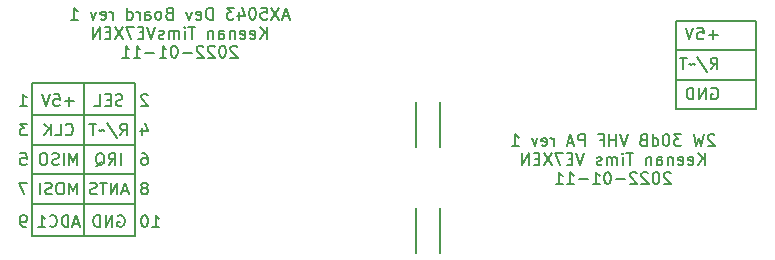
<source format=gbo>
%TF.GenerationSoftware,KiCad,Pcbnew,6.0.0*%
%TF.CreationDate,2022-01-11T02:49:15-08:00*%
%TF.ProjectId,ax5043,61783530-3433-42e6-9b69-6361645f7063,rev?*%
%TF.SameCoordinates,Original*%
%TF.FileFunction,Legend,Bot*%
%TF.FilePolarity,Positive*%
%FSLAX46Y46*%
G04 Gerber Fmt 4.6, Leading zero omitted, Abs format (unit mm)*
G04 Created by KiCad (PCBNEW 6.0.0) date 2022-01-11 02:49:15*
%MOMM*%
%LPD*%
G01*
G04 APERTURE LIST*
%ADD10C,0.150000*%
%ADD11C,2.600000*%
%ADD12C,3.800000*%
%ADD13R,1.700000X1.700000*%
%ADD14O,1.700000X1.700000*%
%ADD15R,2.420000X5.080000*%
%ADD16C,2.050000*%
%ADD17C,2.250000*%
G04 APERTURE END LIST*
D10*
X57500000Y-58500000D02*
X66250000Y-58500000D01*
X66250000Y-58500000D02*
X66250000Y-71500000D01*
X66250000Y-71500000D02*
X57500000Y-71500000D01*
X57500000Y-71500000D02*
X57500000Y-58500000D01*
X118750000Y-55750000D02*
X112000000Y-55750000D01*
X112000000Y-55750000D02*
X112000000Y-58250000D01*
X112000000Y-58250000D02*
X118750000Y-58250000D01*
X118750000Y-58250000D02*
X118750000Y-55750000D01*
X92000000Y-60100000D02*
X92000000Y-63900000D01*
X92000000Y-69100000D02*
X92000000Y-72900000D01*
X118750000Y-55750000D02*
X112000000Y-55750000D01*
X112000000Y-55750000D02*
X112000000Y-53250000D01*
X112000000Y-53250000D02*
X118750000Y-53250000D01*
X118750000Y-53250000D02*
X118750000Y-55750000D01*
X57500000Y-61250000D02*
X57500000Y-63750000D01*
X90000000Y-69100000D02*
X90000000Y-72900000D01*
X57500000Y-66250000D02*
X66250000Y-66250000D01*
X90000000Y-60100000D02*
X90000000Y-63900000D01*
X57500000Y-63750000D02*
X66250000Y-63750000D01*
X57500000Y-68750000D02*
X66250000Y-68750000D01*
X118750000Y-58250000D02*
X112000000Y-58250000D01*
X112000000Y-58250000D02*
X112000000Y-60750000D01*
X112000000Y-60750000D02*
X118750000Y-60750000D01*
X118750000Y-60750000D02*
X118750000Y-58250000D01*
X66250000Y-61250000D02*
X57500000Y-61250000D01*
X61875000Y-58500000D02*
X61875000Y-71500000D01*
X65619047Y-67666666D02*
X65142857Y-67666666D01*
X65714285Y-67952380D02*
X65380952Y-66952380D01*
X65047619Y-67952380D01*
X64714285Y-67952380D02*
X64714285Y-66952380D01*
X64142857Y-67952380D01*
X64142857Y-66952380D01*
X63809523Y-66952380D02*
X63238095Y-66952380D01*
X63523809Y-67952380D02*
X63523809Y-66952380D01*
X62952380Y-67904761D02*
X62809523Y-67952380D01*
X62571428Y-67952380D01*
X62476190Y-67904761D01*
X62428571Y-67857142D01*
X62380952Y-67761904D01*
X62380952Y-67666666D01*
X62428571Y-67571428D01*
X62476190Y-67523809D01*
X62571428Y-67476190D01*
X62761904Y-67428571D01*
X62857142Y-67380952D01*
X62904761Y-67333333D01*
X62952380Y-67238095D01*
X62952380Y-67142857D01*
X62904761Y-67047619D01*
X62857142Y-67000000D01*
X62761904Y-66952380D01*
X62523809Y-66952380D01*
X62380952Y-67000000D01*
X56511904Y-64452380D02*
X56988095Y-64452380D01*
X57035714Y-64928571D01*
X56988095Y-64880952D01*
X56892857Y-64833333D01*
X56654761Y-64833333D01*
X56559523Y-64880952D01*
X56511904Y-64928571D01*
X56464285Y-65023809D01*
X56464285Y-65261904D01*
X56511904Y-65357142D01*
X56559523Y-65404761D01*
X56654761Y-65452380D01*
X56892857Y-65452380D01*
X56988095Y-65404761D01*
X57035714Y-65357142D01*
X67095238Y-67380952D02*
X67190476Y-67333333D01*
X67238095Y-67285714D01*
X67285714Y-67190476D01*
X67285714Y-67142857D01*
X67238095Y-67047619D01*
X67190476Y-67000000D01*
X67095238Y-66952380D01*
X66904761Y-66952380D01*
X66809523Y-67000000D01*
X66761904Y-67047619D01*
X66714285Y-67142857D01*
X66714285Y-67190476D01*
X66761904Y-67285714D01*
X66809523Y-67333333D01*
X66904761Y-67380952D01*
X67095238Y-67380952D01*
X67190476Y-67428571D01*
X67238095Y-67476190D01*
X67285714Y-67571428D01*
X67285714Y-67761904D01*
X67238095Y-67857142D01*
X67190476Y-67904761D01*
X67095238Y-67952380D01*
X66904761Y-67952380D01*
X66809523Y-67904761D01*
X66761904Y-67857142D01*
X66714285Y-67761904D01*
X66714285Y-67571428D01*
X66761904Y-67476190D01*
X66809523Y-67428571D01*
X66904761Y-67380952D01*
X61321428Y-65452380D02*
X61321428Y-64452380D01*
X60988095Y-65166666D01*
X60654761Y-64452380D01*
X60654761Y-65452380D01*
X60178571Y-65452380D02*
X60178571Y-64452380D01*
X59750000Y-65404761D02*
X59607142Y-65452380D01*
X59369047Y-65452380D01*
X59273809Y-65404761D01*
X59226190Y-65357142D01*
X59178571Y-65261904D01*
X59178571Y-65166666D01*
X59226190Y-65071428D01*
X59273809Y-65023809D01*
X59369047Y-64976190D01*
X59559523Y-64928571D01*
X59654761Y-64880952D01*
X59702380Y-64833333D01*
X59750000Y-64738095D01*
X59750000Y-64642857D01*
X59702380Y-64547619D01*
X59654761Y-64500000D01*
X59559523Y-64452380D01*
X59321428Y-64452380D01*
X59178571Y-64500000D01*
X58559523Y-64452380D02*
X58369047Y-64452380D01*
X58273809Y-64500000D01*
X58178571Y-64595238D01*
X58130952Y-64785714D01*
X58130952Y-65119047D01*
X58178571Y-65309523D01*
X58273809Y-65404761D01*
X58369047Y-65452380D01*
X58559523Y-65452380D01*
X58654761Y-65404761D01*
X58750000Y-65309523D01*
X58797619Y-65119047D01*
X58797619Y-64785714D01*
X58750000Y-64595238D01*
X58654761Y-64500000D01*
X58559523Y-64452380D01*
X66809523Y-62285714D02*
X66809523Y-62952380D01*
X67047619Y-61904761D02*
X67285714Y-62619047D01*
X66666666Y-62619047D01*
X64761904Y-69750000D02*
X64857142Y-69702380D01*
X65000000Y-69702380D01*
X65142857Y-69750000D01*
X65238095Y-69845238D01*
X65285714Y-69940476D01*
X65333333Y-70130952D01*
X65333333Y-70273809D01*
X65285714Y-70464285D01*
X65238095Y-70559523D01*
X65142857Y-70654761D01*
X65000000Y-70702380D01*
X64904761Y-70702380D01*
X64761904Y-70654761D01*
X64714285Y-70607142D01*
X64714285Y-70273809D01*
X64904761Y-70273809D01*
X64285714Y-70702380D02*
X64285714Y-69702380D01*
X63714285Y-70702380D01*
X63714285Y-69702380D01*
X63238095Y-70702380D02*
X63238095Y-69702380D01*
X63000000Y-69702380D01*
X62857142Y-69750000D01*
X62761904Y-69845238D01*
X62714285Y-69940476D01*
X62666666Y-70130952D01*
X62666666Y-70273809D01*
X62714285Y-70464285D01*
X62761904Y-70559523D01*
X62857142Y-70654761D01*
X63000000Y-70702380D01*
X63238095Y-70702380D01*
X60345238Y-62857142D02*
X60392857Y-62904761D01*
X60535714Y-62952380D01*
X60630952Y-62952380D01*
X60773809Y-62904761D01*
X60869047Y-62809523D01*
X60916666Y-62714285D01*
X60964285Y-62523809D01*
X60964285Y-62380952D01*
X60916666Y-62190476D01*
X60869047Y-62095238D01*
X60773809Y-62000000D01*
X60630952Y-61952380D01*
X60535714Y-61952380D01*
X60392857Y-62000000D01*
X60345238Y-62047619D01*
X59440476Y-62952380D02*
X59916666Y-62952380D01*
X59916666Y-61952380D01*
X59107142Y-62952380D02*
X59107142Y-61952380D01*
X58535714Y-62952380D02*
X58964285Y-62380952D01*
X58535714Y-61952380D02*
X59107142Y-62523809D01*
X65023809Y-65452380D02*
X65023809Y-64452380D01*
X63976190Y-65452380D02*
X64309523Y-64976190D01*
X64547619Y-65452380D02*
X64547619Y-64452380D01*
X64166666Y-64452380D01*
X64071428Y-64500000D01*
X64023809Y-64547619D01*
X63976190Y-64642857D01*
X63976190Y-64785714D01*
X64023809Y-64880952D01*
X64071428Y-64928571D01*
X64166666Y-64976190D01*
X64547619Y-64976190D01*
X62880952Y-65547619D02*
X62976190Y-65500000D01*
X63071428Y-65404761D01*
X63214285Y-65261904D01*
X63309523Y-65214285D01*
X63404761Y-65214285D01*
X63357142Y-65452380D02*
X63452380Y-65404761D01*
X63547619Y-65309523D01*
X63595238Y-65119047D01*
X63595238Y-64785714D01*
X63547619Y-64595238D01*
X63452380Y-64500000D01*
X63357142Y-64452380D01*
X63166666Y-64452380D01*
X63071428Y-64500000D01*
X62976190Y-64595238D01*
X62928571Y-64785714D01*
X62928571Y-65119047D01*
X62976190Y-65309523D01*
X63071428Y-65404761D01*
X63166666Y-65452380D01*
X63357142Y-65452380D01*
X67285714Y-59547619D02*
X67238095Y-59500000D01*
X67142857Y-59452380D01*
X66904761Y-59452380D01*
X66809523Y-59500000D01*
X66761904Y-59547619D01*
X66714285Y-59642857D01*
X66714285Y-59738095D01*
X66761904Y-59880952D01*
X67333333Y-60452380D01*
X66714285Y-60452380D01*
X65142857Y-60404761D02*
X65000000Y-60452380D01*
X64761904Y-60452380D01*
X64666666Y-60404761D01*
X64619047Y-60357142D01*
X64571428Y-60261904D01*
X64571428Y-60166666D01*
X64619047Y-60071428D01*
X64666666Y-60023809D01*
X64761904Y-59976190D01*
X64952380Y-59928571D01*
X65047619Y-59880952D01*
X65095238Y-59833333D01*
X65142857Y-59738095D01*
X65142857Y-59642857D01*
X65095238Y-59547619D01*
X65047619Y-59500000D01*
X64952380Y-59452380D01*
X64714285Y-59452380D01*
X64571428Y-59500000D01*
X64142857Y-59928571D02*
X63809523Y-59928571D01*
X63666666Y-60452380D02*
X64142857Y-60452380D01*
X64142857Y-59452380D01*
X63666666Y-59452380D01*
X62761904Y-60452380D02*
X63238095Y-60452380D01*
X63238095Y-59452380D01*
X61464285Y-70416666D02*
X60988095Y-70416666D01*
X61559523Y-70702380D02*
X61226190Y-69702380D01*
X60892857Y-70702380D01*
X60559523Y-70702380D02*
X60559523Y-69702380D01*
X60321428Y-69702380D01*
X60178571Y-69750000D01*
X60083333Y-69845238D01*
X60035714Y-69940476D01*
X59988095Y-70130952D01*
X59988095Y-70273809D01*
X60035714Y-70464285D01*
X60083333Y-70559523D01*
X60178571Y-70654761D01*
X60321428Y-70702380D01*
X60559523Y-70702380D01*
X58988095Y-70607142D02*
X59035714Y-70654761D01*
X59178571Y-70702380D01*
X59273809Y-70702380D01*
X59416666Y-70654761D01*
X59511904Y-70559523D01*
X59559523Y-70464285D01*
X59607142Y-70273809D01*
X59607142Y-70130952D01*
X59559523Y-69940476D01*
X59511904Y-69845238D01*
X59416666Y-69750000D01*
X59273809Y-69702380D01*
X59178571Y-69702380D01*
X59035714Y-69750000D01*
X58988095Y-69797619D01*
X58035714Y-70702380D02*
X58607142Y-70702380D01*
X58321428Y-70702380D02*
X58321428Y-69702380D01*
X58416666Y-69845238D01*
X58511904Y-69940476D01*
X58607142Y-69988095D01*
X115011904Y-58955000D02*
X115107142Y-58907380D01*
X115250000Y-58907380D01*
X115392857Y-58955000D01*
X115488095Y-59050238D01*
X115535714Y-59145476D01*
X115583333Y-59335952D01*
X115583333Y-59478809D01*
X115535714Y-59669285D01*
X115488095Y-59764523D01*
X115392857Y-59859761D01*
X115250000Y-59907380D01*
X115154761Y-59907380D01*
X115011904Y-59859761D01*
X114964285Y-59812142D01*
X114964285Y-59478809D01*
X115154761Y-59478809D01*
X114535714Y-59907380D02*
X114535714Y-58907380D01*
X113964285Y-59907380D01*
X113964285Y-58907380D01*
X113488095Y-59907380D02*
X113488095Y-58907380D01*
X113250000Y-58907380D01*
X113107142Y-58955000D01*
X113011904Y-59050238D01*
X112964285Y-59145476D01*
X112916666Y-59335952D01*
X112916666Y-59478809D01*
X112964285Y-59669285D01*
X113011904Y-59764523D01*
X113107142Y-59859761D01*
X113250000Y-59907380D01*
X113488095Y-59907380D01*
X79214285Y-52856666D02*
X78738095Y-52856666D01*
X79309523Y-53142380D02*
X78976190Y-52142380D01*
X78642857Y-53142380D01*
X78404761Y-52142380D02*
X77738095Y-53142380D01*
X77738095Y-52142380D02*
X78404761Y-53142380D01*
X76880952Y-52142380D02*
X77357142Y-52142380D01*
X77404761Y-52618571D01*
X77357142Y-52570952D01*
X77261904Y-52523333D01*
X77023809Y-52523333D01*
X76928571Y-52570952D01*
X76880952Y-52618571D01*
X76833333Y-52713809D01*
X76833333Y-52951904D01*
X76880952Y-53047142D01*
X76928571Y-53094761D01*
X77023809Y-53142380D01*
X77261904Y-53142380D01*
X77357142Y-53094761D01*
X77404761Y-53047142D01*
X76214285Y-52142380D02*
X76119047Y-52142380D01*
X76023809Y-52190000D01*
X75976190Y-52237619D01*
X75928571Y-52332857D01*
X75880952Y-52523333D01*
X75880952Y-52761428D01*
X75928571Y-52951904D01*
X75976190Y-53047142D01*
X76023809Y-53094761D01*
X76119047Y-53142380D01*
X76214285Y-53142380D01*
X76309523Y-53094761D01*
X76357142Y-53047142D01*
X76404761Y-52951904D01*
X76452380Y-52761428D01*
X76452380Y-52523333D01*
X76404761Y-52332857D01*
X76357142Y-52237619D01*
X76309523Y-52190000D01*
X76214285Y-52142380D01*
X75023809Y-52475714D02*
X75023809Y-53142380D01*
X75261904Y-52094761D02*
X75500000Y-52809047D01*
X74880952Y-52809047D01*
X74595238Y-52142380D02*
X73976190Y-52142380D01*
X74309523Y-52523333D01*
X74166666Y-52523333D01*
X74071428Y-52570952D01*
X74023809Y-52618571D01*
X73976190Y-52713809D01*
X73976190Y-52951904D01*
X74023809Y-53047142D01*
X74071428Y-53094761D01*
X74166666Y-53142380D01*
X74452380Y-53142380D01*
X74547619Y-53094761D01*
X74595238Y-53047142D01*
X72785714Y-53142380D02*
X72785714Y-52142380D01*
X72547619Y-52142380D01*
X72404761Y-52190000D01*
X72309523Y-52285238D01*
X72261904Y-52380476D01*
X72214285Y-52570952D01*
X72214285Y-52713809D01*
X72261904Y-52904285D01*
X72309523Y-52999523D01*
X72404761Y-53094761D01*
X72547619Y-53142380D01*
X72785714Y-53142380D01*
X71404761Y-53094761D02*
X71500000Y-53142380D01*
X71690476Y-53142380D01*
X71785714Y-53094761D01*
X71833333Y-52999523D01*
X71833333Y-52618571D01*
X71785714Y-52523333D01*
X71690476Y-52475714D01*
X71500000Y-52475714D01*
X71404761Y-52523333D01*
X71357142Y-52618571D01*
X71357142Y-52713809D01*
X71833333Y-52809047D01*
X71023809Y-52475714D02*
X70785714Y-53142380D01*
X70547619Y-52475714D01*
X69071428Y-52618571D02*
X68928571Y-52666190D01*
X68880952Y-52713809D01*
X68833333Y-52809047D01*
X68833333Y-52951904D01*
X68880952Y-53047142D01*
X68928571Y-53094761D01*
X69023809Y-53142380D01*
X69404761Y-53142380D01*
X69404761Y-52142380D01*
X69071428Y-52142380D01*
X68976190Y-52190000D01*
X68928571Y-52237619D01*
X68880952Y-52332857D01*
X68880952Y-52428095D01*
X68928571Y-52523333D01*
X68976190Y-52570952D01*
X69071428Y-52618571D01*
X69404761Y-52618571D01*
X68261904Y-53142380D02*
X68357142Y-53094761D01*
X68404761Y-53047142D01*
X68452380Y-52951904D01*
X68452380Y-52666190D01*
X68404761Y-52570952D01*
X68357142Y-52523333D01*
X68261904Y-52475714D01*
X68119047Y-52475714D01*
X68023809Y-52523333D01*
X67976190Y-52570952D01*
X67928571Y-52666190D01*
X67928571Y-52951904D01*
X67976190Y-53047142D01*
X68023809Y-53094761D01*
X68119047Y-53142380D01*
X68261904Y-53142380D01*
X67071428Y-53142380D02*
X67071428Y-52618571D01*
X67119047Y-52523333D01*
X67214285Y-52475714D01*
X67404761Y-52475714D01*
X67500000Y-52523333D01*
X67071428Y-53094761D02*
X67166666Y-53142380D01*
X67404761Y-53142380D01*
X67500000Y-53094761D01*
X67547619Y-52999523D01*
X67547619Y-52904285D01*
X67500000Y-52809047D01*
X67404761Y-52761428D01*
X67166666Y-52761428D01*
X67071428Y-52713809D01*
X66595238Y-53142380D02*
X66595238Y-52475714D01*
X66595238Y-52666190D02*
X66547619Y-52570952D01*
X66500000Y-52523333D01*
X66404761Y-52475714D01*
X66309523Y-52475714D01*
X65547619Y-53142380D02*
X65547619Y-52142380D01*
X65547619Y-53094761D02*
X65642857Y-53142380D01*
X65833333Y-53142380D01*
X65928571Y-53094761D01*
X65976190Y-53047142D01*
X66023809Y-52951904D01*
X66023809Y-52666190D01*
X65976190Y-52570952D01*
X65928571Y-52523333D01*
X65833333Y-52475714D01*
X65642857Y-52475714D01*
X65547619Y-52523333D01*
X64309523Y-53142380D02*
X64309523Y-52475714D01*
X64309523Y-52666190D02*
X64261904Y-52570952D01*
X64214285Y-52523333D01*
X64119047Y-52475714D01*
X64023809Y-52475714D01*
X63309523Y-53094761D02*
X63404761Y-53142380D01*
X63595238Y-53142380D01*
X63690476Y-53094761D01*
X63738095Y-52999523D01*
X63738095Y-52618571D01*
X63690476Y-52523333D01*
X63595238Y-52475714D01*
X63404761Y-52475714D01*
X63309523Y-52523333D01*
X63261904Y-52618571D01*
X63261904Y-52713809D01*
X63738095Y-52809047D01*
X62928571Y-52475714D02*
X62690476Y-53142380D01*
X62452380Y-52475714D01*
X60785714Y-53142380D02*
X61357142Y-53142380D01*
X61071428Y-53142380D02*
X61071428Y-52142380D01*
X61166666Y-52285238D01*
X61261904Y-52380476D01*
X61357142Y-52428095D01*
X77357142Y-54752380D02*
X77357142Y-53752380D01*
X76785714Y-54752380D02*
X77214285Y-54180952D01*
X76785714Y-53752380D02*
X77357142Y-54323809D01*
X75976190Y-54704761D02*
X76071428Y-54752380D01*
X76261904Y-54752380D01*
X76357142Y-54704761D01*
X76404761Y-54609523D01*
X76404761Y-54228571D01*
X76357142Y-54133333D01*
X76261904Y-54085714D01*
X76071428Y-54085714D01*
X75976190Y-54133333D01*
X75928571Y-54228571D01*
X75928571Y-54323809D01*
X76404761Y-54419047D01*
X75119047Y-54704761D02*
X75214285Y-54752380D01*
X75404761Y-54752380D01*
X75500000Y-54704761D01*
X75547619Y-54609523D01*
X75547619Y-54228571D01*
X75500000Y-54133333D01*
X75404761Y-54085714D01*
X75214285Y-54085714D01*
X75119047Y-54133333D01*
X75071428Y-54228571D01*
X75071428Y-54323809D01*
X75547619Y-54419047D01*
X74642857Y-54085714D02*
X74642857Y-54752380D01*
X74642857Y-54180952D02*
X74595238Y-54133333D01*
X74500000Y-54085714D01*
X74357142Y-54085714D01*
X74261904Y-54133333D01*
X74214285Y-54228571D01*
X74214285Y-54752380D01*
X73309523Y-54752380D02*
X73309523Y-54228571D01*
X73357142Y-54133333D01*
X73452380Y-54085714D01*
X73642857Y-54085714D01*
X73738095Y-54133333D01*
X73309523Y-54704761D02*
X73404761Y-54752380D01*
X73642857Y-54752380D01*
X73738095Y-54704761D01*
X73785714Y-54609523D01*
X73785714Y-54514285D01*
X73738095Y-54419047D01*
X73642857Y-54371428D01*
X73404761Y-54371428D01*
X73309523Y-54323809D01*
X72833333Y-54085714D02*
X72833333Y-54752380D01*
X72833333Y-54180952D02*
X72785714Y-54133333D01*
X72690476Y-54085714D01*
X72547619Y-54085714D01*
X72452380Y-54133333D01*
X72404761Y-54228571D01*
X72404761Y-54752380D01*
X71309523Y-53752380D02*
X70738095Y-53752380D01*
X71023809Y-54752380D02*
X71023809Y-53752380D01*
X70404761Y-54752380D02*
X70404761Y-54085714D01*
X70404761Y-53752380D02*
X70452380Y-53800000D01*
X70404761Y-53847619D01*
X70357142Y-53800000D01*
X70404761Y-53752380D01*
X70404761Y-53847619D01*
X69928571Y-54752380D02*
X69928571Y-54085714D01*
X69928571Y-54180952D02*
X69880952Y-54133333D01*
X69785714Y-54085714D01*
X69642857Y-54085714D01*
X69547619Y-54133333D01*
X69500000Y-54228571D01*
X69500000Y-54752380D01*
X69500000Y-54228571D02*
X69452380Y-54133333D01*
X69357142Y-54085714D01*
X69214285Y-54085714D01*
X69119047Y-54133333D01*
X69071428Y-54228571D01*
X69071428Y-54752380D01*
X68642857Y-54704761D02*
X68547619Y-54752380D01*
X68357142Y-54752380D01*
X68261904Y-54704761D01*
X68214285Y-54609523D01*
X68214285Y-54561904D01*
X68261904Y-54466666D01*
X68357142Y-54419047D01*
X68500000Y-54419047D01*
X68595238Y-54371428D01*
X68642857Y-54276190D01*
X68642857Y-54228571D01*
X68595238Y-54133333D01*
X68500000Y-54085714D01*
X68357142Y-54085714D01*
X68261904Y-54133333D01*
X67928571Y-53752380D02*
X67595238Y-54752380D01*
X67261904Y-53752380D01*
X66928571Y-54228571D02*
X66595238Y-54228571D01*
X66452380Y-54752380D02*
X66928571Y-54752380D01*
X66928571Y-53752380D01*
X66452380Y-53752380D01*
X66119047Y-53752380D02*
X65452380Y-53752380D01*
X65880952Y-54752380D01*
X65166666Y-53752380D02*
X64500000Y-54752380D01*
X64500000Y-53752380D02*
X65166666Y-54752380D01*
X64119047Y-54228571D02*
X63785714Y-54228571D01*
X63642857Y-54752380D02*
X64119047Y-54752380D01*
X64119047Y-53752380D01*
X63642857Y-53752380D01*
X63214285Y-54752380D02*
X63214285Y-53752380D01*
X62642857Y-54752380D01*
X62642857Y-53752380D01*
X74857142Y-55457619D02*
X74809523Y-55410000D01*
X74714285Y-55362380D01*
X74476190Y-55362380D01*
X74380952Y-55410000D01*
X74333333Y-55457619D01*
X74285714Y-55552857D01*
X74285714Y-55648095D01*
X74333333Y-55790952D01*
X74904761Y-56362380D01*
X74285714Y-56362380D01*
X73666666Y-55362380D02*
X73571428Y-55362380D01*
X73476190Y-55410000D01*
X73428571Y-55457619D01*
X73380952Y-55552857D01*
X73333333Y-55743333D01*
X73333333Y-55981428D01*
X73380952Y-56171904D01*
X73428571Y-56267142D01*
X73476190Y-56314761D01*
X73571428Y-56362380D01*
X73666666Y-56362380D01*
X73761904Y-56314761D01*
X73809523Y-56267142D01*
X73857142Y-56171904D01*
X73904761Y-55981428D01*
X73904761Y-55743333D01*
X73857142Y-55552857D01*
X73809523Y-55457619D01*
X73761904Y-55410000D01*
X73666666Y-55362380D01*
X72952380Y-55457619D02*
X72904761Y-55410000D01*
X72809523Y-55362380D01*
X72571428Y-55362380D01*
X72476190Y-55410000D01*
X72428571Y-55457619D01*
X72380952Y-55552857D01*
X72380952Y-55648095D01*
X72428571Y-55790952D01*
X73000000Y-56362380D01*
X72380952Y-56362380D01*
X72000000Y-55457619D02*
X71952380Y-55410000D01*
X71857142Y-55362380D01*
X71619047Y-55362380D01*
X71523809Y-55410000D01*
X71476190Y-55457619D01*
X71428571Y-55552857D01*
X71428571Y-55648095D01*
X71476190Y-55790952D01*
X72047619Y-56362380D01*
X71428571Y-56362380D01*
X71000000Y-55981428D02*
X70238095Y-55981428D01*
X69571428Y-55362380D02*
X69476190Y-55362380D01*
X69380952Y-55410000D01*
X69333333Y-55457619D01*
X69285714Y-55552857D01*
X69238095Y-55743333D01*
X69238095Y-55981428D01*
X69285714Y-56171904D01*
X69333333Y-56267142D01*
X69380952Y-56314761D01*
X69476190Y-56362380D01*
X69571428Y-56362380D01*
X69666666Y-56314761D01*
X69714285Y-56267142D01*
X69761904Y-56171904D01*
X69809523Y-55981428D01*
X69809523Y-55743333D01*
X69761904Y-55552857D01*
X69714285Y-55457619D01*
X69666666Y-55410000D01*
X69571428Y-55362380D01*
X68285714Y-56362380D02*
X68857142Y-56362380D01*
X68571428Y-56362380D02*
X68571428Y-55362380D01*
X68666666Y-55505238D01*
X68761904Y-55600476D01*
X68857142Y-55648095D01*
X67857142Y-55981428D02*
X67095238Y-55981428D01*
X66095238Y-56362380D02*
X66666666Y-56362380D01*
X66380952Y-56362380D02*
X66380952Y-55362380D01*
X66476190Y-55505238D01*
X66571428Y-55600476D01*
X66666666Y-55648095D01*
X65142857Y-56362380D02*
X65714285Y-56362380D01*
X65428571Y-56362380D02*
X65428571Y-55362380D01*
X65523809Y-55505238D01*
X65619047Y-55600476D01*
X65714285Y-55648095D01*
X56464285Y-60452380D02*
X57035714Y-60452380D01*
X56750000Y-60452380D02*
X56750000Y-59452380D01*
X56845238Y-59595238D01*
X56940476Y-59690476D01*
X57035714Y-59738095D01*
X114952380Y-57367380D02*
X115285714Y-56891190D01*
X115523809Y-57367380D02*
X115523809Y-56367380D01*
X115142857Y-56367380D01*
X115047619Y-56415000D01*
X115000000Y-56462619D01*
X114952380Y-56557857D01*
X114952380Y-56700714D01*
X115000000Y-56795952D01*
X115047619Y-56843571D01*
X115142857Y-56891190D01*
X115523809Y-56891190D01*
X113809523Y-56319761D02*
X114666666Y-57605476D01*
X113619047Y-56986428D02*
X113571428Y-56938809D01*
X113476190Y-56891190D01*
X113285714Y-56986428D01*
X113190476Y-56938809D01*
X113142857Y-56891190D01*
X112904761Y-56367380D02*
X112333333Y-56367380D01*
X112619047Y-57367380D02*
X112619047Y-56367380D01*
X57083333Y-61952380D02*
X56464285Y-61952380D01*
X56797619Y-62333333D01*
X56654761Y-62333333D01*
X56559523Y-62380952D01*
X56511904Y-62428571D01*
X56464285Y-62523809D01*
X56464285Y-62761904D01*
X56511904Y-62857142D01*
X56559523Y-62904761D01*
X56654761Y-62952380D01*
X56940476Y-62952380D01*
X57035714Y-62904761D01*
X57083333Y-62857142D01*
X64952380Y-62952380D02*
X65285714Y-62476190D01*
X65523809Y-62952380D02*
X65523809Y-61952380D01*
X65142857Y-61952380D01*
X65047619Y-62000000D01*
X65000000Y-62047619D01*
X64952380Y-62142857D01*
X64952380Y-62285714D01*
X65000000Y-62380952D01*
X65047619Y-62428571D01*
X65142857Y-62476190D01*
X65523809Y-62476190D01*
X63809523Y-61904761D02*
X64666666Y-63190476D01*
X63619047Y-62571428D02*
X63571428Y-62523809D01*
X63476190Y-62476190D01*
X63285714Y-62571428D01*
X63190476Y-62523809D01*
X63142857Y-62476190D01*
X62904761Y-61952380D02*
X62333333Y-61952380D01*
X62619047Y-62952380D02*
X62619047Y-61952380D01*
X61035714Y-60071428D02*
X60273809Y-60071428D01*
X60654761Y-60452380D02*
X60654761Y-59690476D01*
X59321428Y-59452380D02*
X59797619Y-59452380D01*
X59845238Y-59928571D01*
X59797619Y-59880952D01*
X59702380Y-59833333D01*
X59464285Y-59833333D01*
X59369047Y-59880952D01*
X59321428Y-59928571D01*
X59273809Y-60023809D01*
X59273809Y-60261904D01*
X59321428Y-60357142D01*
X59369047Y-60404761D01*
X59464285Y-60452380D01*
X59702380Y-60452380D01*
X59797619Y-60404761D01*
X59845238Y-60357142D01*
X58988095Y-59452380D02*
X58654761Y-60452380D01*
X58321428Y-59452380D01*
X67690476Y-70702380D02*
X68261904Y-70702380D01*
X67976190Y-70702380D02*
X67976190Y-69702380D01*
X68071428Y-69845238D01*
X68166666Y-69940476D01*
X68261904Y-69988095D01*
X67071428Y-69702380D02*
X66976190Y-69702380D01*
X66880952Y-69750000D01*
X66833333Y-69797619D01*
X66785714Y-69892857D01*
X66738095Y-70083333D01*
X66738095Y-70321428D01*
X66785714Y-70511904D01*
X66833333Y-70607142D01*
X66880952Y-70654761D01*
X66976190Y-70702380D01*
X67071428Y-70702380D01*
X67166666Y-70654761D01*
X67214285Y-70607142D01*
X67261904Y-70511904D01*
X67309523Y-70321428D01*
X67309523Y-70083333D01*
X67261904Y-69892857D01*
X67214285Y-69797619D01*
X67166666Y-69750000D01*
X67071428Y-69702380D01*
X66809523Y-64452380D02*
X67000000Y-64452380D01*
X67095238Y-64500000D01*
X67142857Y-64547619D01*
X67238095Y-64690476D01*
X67285714Y-64880952D01*
X67285714Y-65261904D01*
X67238095Y-65357142D01*
X67190476Y-65404761D01*
X67095238Y-65452380D01*
X66904761Y-65452380D01*
X66809523Y-65404761D01*
X66761904Y-65357142D01*
X66714285Y-65261904D01*
X66714285Y-65023809D01*
X66761904Y-64928571D01*
X66809523Y-64880952D01*
X66904761Y-64833333D01*
X67095238Y-64833333D01*
X67190476Y-64880952D01*
X67238095Y-64928571D01*
X67285714Y-65023809D01*
X61321428Y-67952380D02*
X61321428Y-66952380D01*
X60988095Y-67666666D01*
X60654761Y-66952380D01*
X60654761Y-67952380D01*
X59988095Y-66952380D02*
X59797619Y-66952380D01*
X59702380Y-67000000D01*
X59607142Y-67095238D01*
X59559523Y-67285714D01*
X59559523Y-67619047D01*
X59607142Y-67809523D01*
X59702380Y-67904761D01*
X59797619Y-67952380D01*
X59988095Y-67952380D01*
X60083333Y-67904761D01*
X60178571Y-67809523D01*
X60226190Y-67619047D01*
X60226190Y-67285714D01*
X60178571Y-67095238D01*
X60083333Y-67000000D01*
X59988095Y-66952380D01*
X59178571Y-67904761D02*
X59035714Y-67952380D01*
X58797619Y-67952380D01*
X58702380Y-67904761D01*
X58654761Y-67857142D01*
X58607142Y-67761904D01*
X58607142Y-67666666D01*
X58654761Y-67571428D01*
X58702380Y-67523809D01*
X58797619Y-67476190D01*
X58988095Y-67428571D01*
X59083333Y-67380952D01*
X59130952Y-67333333D01*
X59178571Y-67238095D01*
X59178571Y-67142857D01*
X59130952Y-67047619D01*
X59083333Y-67000000D01*
X58988095Y-66952380D01*
X58750000Y-66952380D01*
X58607142Y-67000000D01*
X58178571Y-67952380D02*
X58178571Y-66952380D01*
X56940476Y-70702380D02*
X56750000Y-70702380D01*
X56654761Y-70654761D01*
X56607142Y-70607142D01*
X56511904Y-70464285D01*
X56464285Y-70273809D01*
X56464285Y-69892857D01*
X56511904Y-69797619D01*
X56559523Y-69750000D01*
X56654761Y-69702380D01*
X56845238Y-69702380D01*
X56940476Y-69750000D01*
X56988095Y-69797619D01*
X57035714Y-69892857D01*
X57035714Y-70130952D01*
X56988095Y-70226190D01*
X56940476Y-70273809D01*
X56845238Y-70321428D01*
X56654761Y-70321428D01*
X56559523Y-70273809D01*
X56511904Y-70226190D01*
X56464285Y-70130952D01*
X115535714Y-54446428D02*
X114773809Y-54446428D01*
X115154761Y-54827380D02*
X115154761Y-54065476D01*
X113821428Y-53827380D02*
X114297619Y-53827380D01*
X114345238Y-54303571D01*
X114297619Y-54255952D01*
X114202380Y-54208333D01*
X113964285Y-54208333D01*
X113869047Y-54255952D01*
X113821428Y-54303571D01*
X113773809Y-54398809D01*
X113773809Y-54636904D01*
X113821428Y-54732142D01*
X113869047Y-54779761D01*
X113964285Y-54827380D01*
X114202380Y-54827380D01*
X114297619Y-54779761D01*
X114345238Y-54732142D01*
X113488095Y-53827380D02*
X113154761Y-54827380D01*
X112821428Y-53827380D01*
X57083333Y-66952380D02*
X56416666Y-66952380D01*
X56845238Y-67952380D01*
X115271428Y-62937619D02*
X115223809Y-62890000D01*
X115128571Y-62842380D01*
X114890476Y-62842380D01*
X114795238Y-62890000D01*
X114747619Y-62937619D01*
X114700000Y-63032857D01*
X114700000Y-63128095D01*
X114747619Y-63270952D01*
X115319047Y-63842380D01*
X114700000Y-63842380D01*
X114366666Y-62842380D02*
X114128571Y-63842380D01*
X113938095Y-63128095D01*
X113747619Y-63842380D01*
X113509523Y-62842380D01*
X112461904Y-62842380D02*
X111842857Y-62842380D01*
X112176190Y-63223333D01*
X112033333Y-63223333D01*
X111938095Y-63270952D01*
X111890476Y-63318571D01*
X111842857Y-63413809D01*
X111842857Y-63651904D01*
X111890476Y-63747142D01*
X111938095Y-63794761D01*
X112033333Y-63842380D01*
X112319047Y-63842380D01*
X112414285Y-63794761D01*
X112461904Y-63747142D01*
X111223809Y-62842380D02*
X111128571Y-62842380D01*
X111033333Y-62890000D01*
X110985714Y-62937619D01*
X110938095Y-63032857D01*
X110890476Y-63223333D01*
X110890476Y-63461428D01*
X110938095Y-63651904D01*
X110985714Y-63747142D01*
X111033333Y-63794761D01*
X111128571Y-63842380D01*
X111223809Y-63842380D01*
X111319047Y-63794761D01*
X111366666Y-63747142D01*
X111414285Y-63651904D01*
X111461904Y-63461428D01*
X111461904Y-63223333D01*
X111414285Y-63032857D01*
X111366666Y-62937619D01*
X111319047Y-62890000D01*
X111223809Y-62842380D01*
X110033333Y-63842380D02*
X110033333Y-62842380D01*
X110033333Y-63794761D02*
X110128571Y-63842380D01*
X110319047Y-63842380D01*
X110414285Y-63794761D01*
X110461904Y-63747142D01*
X110509523Y-63651904D01*
X110509523Y-63366190D01*
X110461904Y-63270952D01*
X110414285Y-63223333D01*
X110319047Y-63175714D01*
X110128571Y-63175714D01*
X110033333Y-63223333D01*
X109223809Y-63318571D02*
X109080952Y-63366190D01*
X109033333Y-63413809D01*
X108985714Y-63509047D01*
X108985714Y-63651904D01*
X109033333Y-63747142D01*
X109080952Y-63794761D01*
X109176190Y-63842380D01*
X109557142Y-63842380D01*
X109557142Y-62842380D01*
X109223809Y-62842380D01*
X109128571Y-62890000D01*
X109080952Y-62937619D01*
X109033333Y-63032857D01*
X109033333Y-63128095D01*
X109080952Y-63223333D01*
X109128571Y-63270952D01*
X109223809Y-63318571D01*
X109557142Y-63318571D01*
X107938095Y-62842380D02*
X107604761Y-63842380D01*
X107271428Y-62842380D01*
X106938095Y-63842380D02*
X106938095Y-62842380D01*
X106938095Y-63318571D02*
X106366666Y-63318571D01*
X106366666Y-63842380D02*
X106366666Y-62842380D01*
X105557142Y-63318571D02*
X105890476Y-63318571D01*
X105890476Y-63842380D02*
X105890476Y-62842380D01*
X105414285Y-62842380D01*
X104271428Y-63842380D02*
X104271428Y-62842380D01*
X103890476Y-62842380D01*
X103795238Y-62890000D01*
X103747619Y-62937619D01*
X103700000Y-63032857D01*
X103700000Y-63175714D01*
X103747619Y-63270952D01*
X103795238Y-63318571D01*
X103890476Y-63366190D01*
X104271428Y-63366190D01*
X103319047Y-63556666D02*
X102842857Y-63556666D01*
X103414285Y-63842380D02*
X103080952Y-62842380D01*
X102747619Y-63842380D01*
X101652380Y-63842380D02*
X101652380Y-63175714D01*
X101652380Y-63366190D02*
X101604761Y-63270952D01*
X101557142Y-63223333D01*
X101461904Y-63175714D01*
X101366666Y-63175714D01*
X100652380Y-63794761D02*
X100747619Y-63842380D01*
X100938095Y-63842380D01*
X101033333Y-63794761D01*
X101080952Y-63699523D01*
X101080952Y-63318571D01*
X101033333Y-63223333D01*
X100938095Y-63175714D01*
X100747619Y-63175714D01*
X100652380Y-63223333D01*
X100604761Y-63318571D01*
X100604761Y-63413809D01*
X101080952Y-63509047D01*
X100271428Y-63175714D02*
X100033333Y-63842380D01*
X99795238Y-63175714D01*
X98128571Y-63842380D02*
X98700000Y-63842380D01*
X98414285Y-63842380D02*
X98414285Y-62842380D01*
X98509523Y-62985238D01*
X98604761Y-63080476D01*
X98700000Y-63128095D01*
X114438095Y-65452380D02*
X114438095Y-64452380D01*
X113866666Y-65452380D02*
X114295238Y-64880952D01*
X113866666Y-64452380D02*
X114438095Y-65023809D01*
X113057142Y-65404761D02*
X113152380Y-65452380D01*
X113342857Y-65452380D01*
X113438095Y-65404761D01*
X113485714Y-65309523D01*
X113485714Y-64928571D01*
X113438095Y-64833333D01*
X113342857Y-64785714D01*
X113152380Y-64785714D01*
X113057142Y-64833333D01*
X113009523Y-64928571D01*
X113009523Y-65023809D01*
X113485714Y-65119047D01*
X112200000Y-65404761D02*
X112295238Y-65452380D01*
X112485714Y-65452380D01*
X112580952Y-65404761D01*
X112628571Y-65309523D01*
X112628571Y-64928571D01*
X112580952Y-64833333D01*
X112485714Y-64785714D01*
X112295238Y-64785714D01*
X112200000Y-64833333D01*
X112152380Y-64928571D01*
X112152380Y-65023809D01*
X112628571Y-65119047D01*
X111723809Y-64785714D02*
X111723809Y-65452380D01*
X111723809Y-64880952D02*
X111676190Y-64833333D01*
X111580952Y-64785714D01*
X111438095Y-64785714D01*
X111342857Y-64833333D01*
X111295238Y-64928571D01*
X111295238Y-65452380D01*
X110390476Y-65452380D02*
X110390476Y-64928571D01*
X110438095Y-64833333D01*
X110533333Y-64785714D01*
X110723809Y-64785714D01*
X110819047Y-64833333D01*
X110390476Y-65404761D02*
X110485714Y-65452380D01*
X110723809Y-65452380D01*
X110819047Y-65404761D01*
X110866666Y-65309523D01*
X110866666Y-65214285D01*
X110819047Y-65119047D01*
X110723809Y-65071428D01*
X110485714Y-65071428D01*
X110390476Y-65023809D01*
X109914285Y-64785714D02*
X109914285Y-65452380D01*
X109914285Y-64880952D02*
X109866666Y-64833333D01*
X109771428Y-64785714D01*
X109628571Y-64785714D01*
X109533333Y-64833333D01*
X109485714Y-64928571D01*
X109485714Y-65452380D01*
X108390476Y-64452380D02*
X107819047Y-64452380D01*
X108104761Y-65452380D02*
X108104761Y-64452380D01*
X107485714Y-65452380D02*
X107485714Y-64785714D01*
X107485714Y-64452380D02*
X107533333Y-64500000D01*
X107485714Y-64547619D01*
X107438095Y-64500000D01*
X107485714Y-64452380D01*
X107485714Y-64547619D01*
X107009523Y-65452380D02*
X107009523Y-64785714D01*
X107009523Y-64880952D02*
X106961904Y-64833333D01*
X106866666Y-64785714D01*
X106723809Y-64785714D01*
X106628571Y-64833333D01*
X106580952Y-64928571D01*
X106580952Y-65452380D01*
X106580952Y-64928571D02*
X106533333Y-64833333D01*
X106438095Y-64785714D01*
X106295238Y-64785714D01*
X106200000Y-64833333D01*
X106152380Y-64928571D01*
X106152380Y-65452380D01*
X105723809Y-65404761D02*
X105628571Y-65452380D01*
X105438095Y-65452380D01*
X105342857Y-65404761D01*
X105295238Y-65309523D01*
X105295238Y-65261904D01*
X105342857Y-65166666D01*
X105438095Y-65119047D01*
X105580952Y-65119047D01*
X105676190Y-65071428D01*
X105723809Y-64976190D01*
X105723809Y-64928571D01*
X105676190Y-64833333D01*
X105580952Y-64785714D01*
X105438095Y-64785714D01*
X105342857Y-64833333D01*
X104247619Y-64452380D02*
X103914285Y-65452380D01*
X103580952Y-64452380D01*
X103247619Y-64928571D02*
X102914285Y-64928571D01*
X102771428Y-65452380D02*
X103247619Y-65452380D01*
X103247619Y-64452380D01*
X102771428Y-64452380D01*
X102438095Y-64452380D02*
X101771428Y-64452380D01*
X102200000Y-65452380D01*
X101485714Y-64452380D02*
X100819047Y-65452380D01*
X100819047Y-64452380D02*
X101485714Y-65452380D01*
X100438095Y-64928571D02*
X100104761Y-64928571D01*
X99961904Y-65452380D02*
X100438095Y-65452380D01*
X100438095Y-64452380D01*
X99961904Y-64452380D01*
X99533333Y-65452380D02*
X99533333Y-64452380D01*
X98961904Y-65452380D01*
X98961904Y-64452380D01*
X111557142Y-66157619D02*
X111509523Y-66110000D01*
X111414285Y-66062380D01*
X111176190Y-66062380D01*
X111080952Y-66110000D01*
X111033333Y-66157619D01*
X110985714Y-66252857D01*
X110985714Y-66348095D01*
X111033333Y-66490952D01*
X111604761Y-67062380D01*
X110985714Y-67062380D01*
X110366666Y-66062380D02*
X110271428Y-66062380D01*
X110176190Y-66110000D01*
X110128571Y-66157619D01*
X110080952Y-66252857D01*
X110033333Y-66443333D01*
X110033333Y-66681428D01*
X110080952Y-66871904D01*
X110128571Y-66967142D01*
X110176190Y-67014761D01*
X110271428Y-67062380D01*
X110366666Y-67062380D01*
X110461904Y-67014761D01*
X110509523Y-66967142D01*
X110557142Y-66871904D01*
X110604761Y-66681428D01*
X110604761Y-66443333D01*
X110557142Y-66252857D01*
X110509523Y-66157619D01*
X110461904Y-66110000D01*
X110366666Y-66062380D01*
X109652380Y-66157619D02*
X109604761Y-66110000D01*
X109509523Y-66062380D01*
X109271428Y-66062380D01*
X109176190Y-66110000D01*
X109128571Y-66157619D01*
X109080952Y-66252857D01*
X109080952Y-66348095D01*
X109128571Y-66490952D01*
X109700000Y-67062380D01*
X109080952Y-67062380D01*
X108700000Y-66157619D02*
X108652380Y-66110000D01*
X108557142Y-66062380D01*
X108319047Y-66062380D01*
X108223809Y-66110000D01*
X108176190Y-66157619D01*
X108128571Y-66252857D01*
X108128571Y-66348095D01*
X108176190Y-66490952D01*
X108747619Y-67062380D01*
X108128571Y-67062380D01*
X107700000Y-66681428D02*
X106938095Y-66681428D01*
X106271428Y-66062380D02*
X106176190Y-66062380D01*
X106080952Y-66110000D01*
X106033333Y-66157619D01*
X105985714Y-66252857D01*
X105938095Y-66443333D01*
X105938095Y-66681428D01*
X105985714Y-66871904D01*
X106033333Y-66967142D01*
X106080952Y-67014761D01*
X106176190Y-67062380D01*
X106271428Y-67062380D01*
X106366666Y-67014761D01*
X106414285Y-66967142D01*
X106461904Y-66871904D01*
X106509523Y-66681428D01*
X106509523Y-66443333D01*
X106461904Y-66252857D01*
X106414285Y-66157619D01*
X106366666Y-66110000D01*
X106271428Y-66062380D01*
X104985714Y-67062380D02*
X105557142Y-67062380D01*
X105271428Y-67062380D02*
X105271428Y-66062380D01*
X105366666Y-66205238D01*
X105461904Y-66300476D01*
X105557142Y-66348095D01*
X104557142Y-66681428D02*
X103795238Y-66681428D01*
X102795238Y-67062380D02*
X103366666Y-67062380D01*
X103080952Y-67062380D02*
X103080952Y-66062380D01*
X103176190Y-66205238D01*
X103271428Y-66300476D01*
X103366666Y-66348095D01*
X101842857Y-67062380D02*
X102414285Y-67062380D01*
X102128571Y-67062380D02*
X102128571Y-66062380D01*
X102223809Y-66205238D01*
X102319047Y-66300476D01*
X102414285Y-66348095D01*
%LPC*%
D11*
%TO.C,H201*%
X95000000Y-77000000D03*
D12*
X95000000Y-77000000D03*
%TD*%
D13*
%TO.C,J203*%
X117500000Y-54375000D03*
D14*
X117500000Y-56915000D03*
X117500000Y-59455000D03*
%TD*%
D13*
%TO.C,J101*%
X52460000Y-59920000D03*
D14*
X55000000Y-59920000D03*
X52460000Y-62460000D03*
X55000000Y-62460000D03*
X52460000Y-65000000D03*
X55000000Y-65000000D03*
X52460000Y-67540000D03*
X55000000Y-67540000D03*
X52460000Y-70080000D03*
X55000000Y-70080000D03*
%TD*%
D12*
%TO.C,H101*%
X53000000Y-77000000D03*
D11*
X53000000Y-77000000D03*
%TD*%
D15*
%TO.C,J103*%
X109220000Y-74730000D03*
X117980000Y-74730000D03*
%TD*%
D12*
%TO.C,H102*%
X53000000Y-53000000D03*
D11*
X53000000Y-53000000D03*
%TD*%
D12*
%TO.C,H203*%
X122000000Y-53000000D03*
D11*
X122000000Y-53000000D03*
%TD*%
D16*
%TO.C,J102*%
X81700000Y-75700000D03*
D17*
X79160000Y-78240000D03*
X84240000Y-78240000D03*
X84240000Y-73160000D03*
X79160000Y-73160000D03*
%TD*%
D16*
%TO.C,J201*%
X97000000Y-55000000D03*
D17*
X94460000Y-52460000D03*
X94460000Y-57540000D03*
X99540000Y-52460000D03*
X99540000Y-57540000D03*
%TD*%
D11*
%TO.C,H202*%
X122000000Y-77000000D03*
D12*
X122000000Y-77000000D03*
%TD*%
D16*
%TO.C,J202*%
X119900000Y-65800000D03*
D17*
X122440000Y-63260000D03*
X117360000Y-68340000D03*
X122440000Y-68340000D03*
X117360000Y-63260000D03*
%TD*%
D11*
%TO.C,H103*%
X87000000Y-53000000D03*
D12*
X87000000Y-53000000D03*
%TD*%
M02*

</source>
